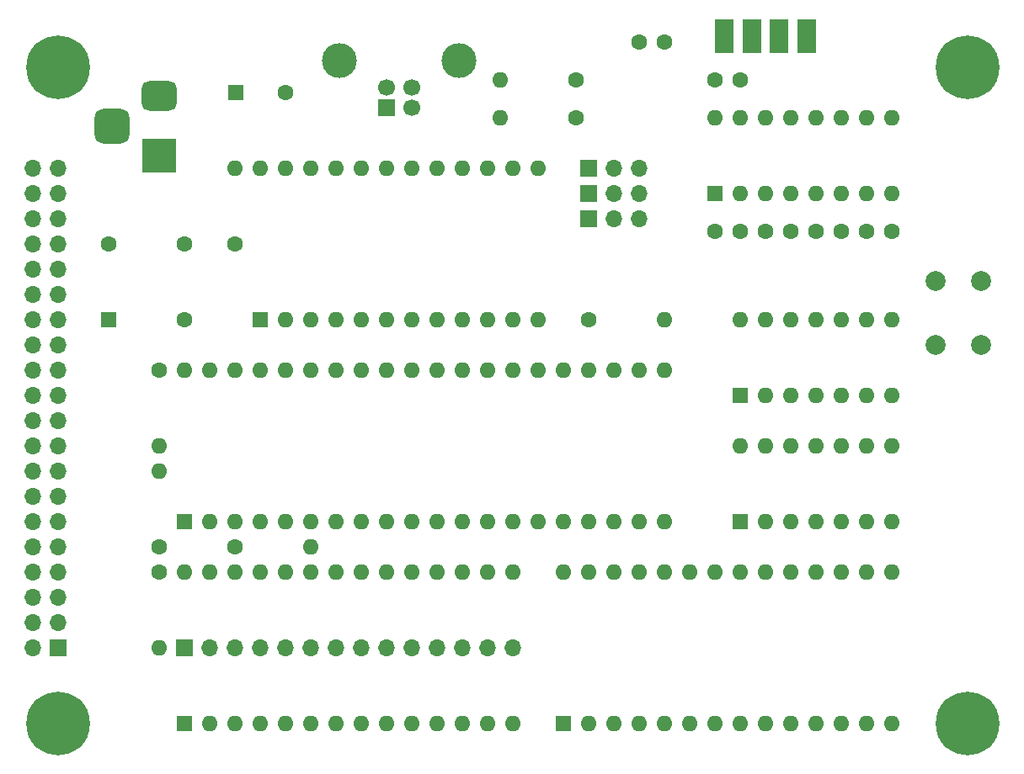
<source format=gbs>
G04 #@! TF.GenerationSoftware,KiCad,Pcbnew,8.0.1*
G04 #@! TF.CreationDate,2024-05-27T02:36:23-05:00*
G04 #@! TF.ProjectId,Minimal-6502,53656172-6c65-4363-9530-322e6b696361,rev?*
G04 #@! TF.SameCoordinates,Original*
G04 #@! TF.FileFunction,Soldermask,Bot*
G04 #@! TF.FilePolarity,Negative*
%FSLAX46Y46*%
G04 Gerber Fmt 4.6, Leading zero omitted, Abs format (unit mm)*
G04 Created by KiCad (PCBNEW 8.0.1) date 2024-05-27 02:36:23*
%MOMM*%
%LPD*%
G01*
G04 APERTURE LIST*
G04 Aperture macros list*
%AMRoundRect*
0 Rectangle with rounded corners*
0 $1 Rounding radius*
0 $2 $3 $4 $5 $6 $7 $8 $9 X,Y pos of 4 corners*
0 Add a 4 corners polygon primitive as box body*
4,1,4,$2,$3,$4,$5,$6,$7,$8,$9,$2,$3,0*
0 Add four circle primitives for the rounded corners*
1,1,$1+$1,$2,$3*
1,1,$1+$1,$4,$5*
1,1,$1+$1,$6,$7*
1,1,$1+$1,$8,$9*
0 Add four rect primitives between the rounded corners*
20,1,$1+$1,$2,$3,$4,$5,0*
20,1,$1+$1,$4,$5,$6,$7,0*
20,1,$1+$1,$6,$7,$8,$9,0*
20,1,$1+$1,$8,$9,$2,$3,0*%
G04 Aperture macros list end*
%ADD10R,1.700000X1.700000*%
%ADD11O,1.700000X1.700000*%
%ADD12C,1.600000*%
%ADD13O,1.600000X1.600000*%
%ADD14R,3.500000X3.500000*%
%ADD15RoundRect,0.750000X-1.000000X0.750000X-1.000000X-0.750000X1.000000X-0.750000X1.000000X0.750000X0*%
%ADD16RoundRect,0.875000X-0.875000X0.875000X-0.875000X-0.875000X0.875000X-0.875000X0.875000X0.875000X0*%
%ADD17C,1.700000*%
%ADD18C,3.500000*%
%ADD19R,1.600000X1.600000*%
%ADD20C,0.800000*%
%ADD21C,6.400000*%
%ADD22C,2.000000*%
%ADD23R,1.846667X3.480000*%
G04 APERTURE END LIST*
D10*
X144780000Y-114300000D03*
D11*
X147320000Y-114300000D03*
X149859999Y-114300000D03*
X152400000Y-114300000D03*
X154940000Y-114300000D03*
X157480000Y-114300000D03*
X160020000Y-114300000D03*
X162560001Y-114300000D03*
X165100000Y-114300000D03*
X167640000Y-114300000D03*
X170180000Y-114300000D03*
X172719999Y-114300000D03*
X175260000Y-114300000D03*
X177800000Y-114300000D03*
D12*
X149860000Y-104140000D03*
D13*
X157480000Y-104140000D03*
D12*
X149860000Y-73660000D03*
D13*
X149860000Y-66040000D03*
D12*
X142240000Y-104140000D03*
D13*
X142240000Y-96520000D03*
D12*
X142240000Y-106680000D03*
D13*
X142240000Y-114300000D03*
D10*
X132080000Y-114300000D03*
D11*
X129540000Y-114300000D03*
X132080000Y-111760000D03*
X129540000Y-111760000D03*
X132080000Y-109220001D03*
X129540000Y-109220000D03*
X132080000Y-106680000D03*
X129540000Y-106680000D03*
X132080000Y-104140000D03*
X129540000Y-104140000D03*
X132080000Y-101600000D03*
X129540000Y-101600000D03*
X132080000Y-99060000D03*
X129540000Y-99060000D03*
X132080000Y-96519999D03*
X129540000Y-96520000D03*
X132080000Y-93980000D03*
X129540000Y-93980000D03*
X132080000Y-91440000D03*
X129540000Y-91440000D03*
X132080000Y-88900000D03*
X129540000Y-88900000D03*
X132080000Y-86360001D03*
X129540000Y-86360000D03*
X132080000Y-83820000D03*
X129540000Y-83820000D03*
X132080000Y-81280000D03*
X129540000Y-81280000D03*
X132080000Y-78740000D03*
X129540000Y-78740000D03*
X132080000Y-76200001D03*
X129540000Y-76200000D03*
X132080000Y-73659999D03*
X129540000Y-73660000D03*
X132080000Y-71120000D03*
X129540000Y-71120000D03*
X132080000Y-68580000D03*
X129540000Y-68580000D03*
X132080000Y-66040000D03*
X129540000Y-66040000D03*
D14*
X142240000Y-64770000D03*
D15*
X142240000Y-58770000D03*
D16*
X137540000Y-61770000D03*
D12*
X184150001Y-60960000D03*
D13*
X176530001Y-60960000D03*
X176530001Y-57150000D03*
D12*
X184150001Y-57150000D03*
D10*
X185420000Y-71120000D03*
D11*
X187960000Y-71120000D03*
X190499999Y-71120000D03*
D10*
X185420001Y-68580000D03*
D11*
X187960001Y-68580000D03*
X190500000Y-68580000D03*
D10*
X185420001Y-66040000D03*
D11*
X187960001Y-66040000D03*
X190500000Y-66040000D03*
D10*
X165140001Y-59917500D03*
D17*
X167640001Y-59917500D03*
X167640001Y-57917499D03*
X165140001Y-57917499D03*
D18*
X160370001Y-55207500D03*
X172410001Y-55207500D03*
D12*
X190500000Y-53340000D03*
X193000000Y-53340000D03*
D19*
X149940000Y-58420000D03*
D12*
X154940000Y-58420000D03*
D20*
X221120000Y-121920000D03*
X221822944Y-120222944D03*
X221822944Y-123617056D03*
X223520000Y-119520000D03*
D21*
X223520000Y-121920000D03*
D20*
X223520000Y-124320000D03*
X225217056Y-120222944D03*
X225217056Y-123617056D03*
X225920000Y-121920000D03*
X129680000Y-121920000D03*
X130382944Y-120222944D03*
X130382944Y-123617056D03*
X132080000Y-119520000D03*
D21*
X132080000Y-121920000D03*
D20*
X132080000Y-124320000D03*
X133777056Y-120222944D03*
X133777056Y-123617056D03*
X134480000Y-121920000D03*
X221120000Y-55880000D03*
X221822944Y-54182944D03*
X221822944Y-57577056D03*
X223520000Y-53480000D03*
D21*
X223520000Y-55880000D03*
D20*
X223520000Y-58280000D03*
X225217056Y-54182944D03*
X225217056Y-57577056D03*
X225920000Y-55880000D03*
X129680000Y-55880000D03*
X130382944Y-54182944D03*
X130382944Y-57577056D03*
X132080000Y-53480000D03*
D21*
X132080000Y-55880000D03*
D20*
X132080000Y-58280000D03*
X133777056Y-54182944D03*
X133777056Y-57577056D03*
X134480000Y-55880000D03*
D19*
X137160000Y-81280000D03*
D12*
X144780000Y-81280000D03*
X144780000Y-73660000D03*
X137160000Y-73660000D03*
D13*
X144780000Y-86360000D03*
X147320000Y-86360000D03*
X149860000Y-86360000D03*
X152400000Y-86360000D03*
X154940000Y-86360000D03*
X157480000Y-86360000D03*
X160020000Y-86360000D03*
X162560000Y-86360000D03*
X165100000Y-86360000D03*
X167640000Y-86360000D03*
X170180000Y-86360000D03*
X172720000Y-86360000D03*
X175260000Y-86360000D03*
X177800000Y-86360000D03*
X180340000Y-86360000D03*
X182880000Y-86360000D03*
X185420000Y-86360000D03*
X187960000Y-86360000D03*
X190500000Y-86360000D03*
X193040000Y-86360000D03*
X193040000Y-101600000D03*
X190500000Y-101600000D03*
X187960000Y-101600000D03*
X185420001Y-101600000D03*
X182879999Y-101600000D03*
X180340000Y-101600000D03*
X177800000Y-101600000D03*
X175260000Y-101600000D03*
X172719999Y-101600000D03*
X170180000Y-101600000D03*
X167640000Y-101600000D03*
X165100000Y-101600000D03*
X162560001Y-101600000D03*
X160020000Y-101600000D03*
X157480000Y-101600000D03*
X154940000Y-101600000D03*
X152400000Y-101600000D03*
X149859999Y-101600000D03*
X147320000Y-101600000D03*
D19*
X144780000Y-101600000D03*
D13*
X182880000Y-106680000D03*
X185420000Y-106680000D03*
X187960000Y-106680000D03*
X190500000Y-106680000D03*
X193040000Y-106680000D03*
X195580000Y-106680000D03*
X198120000Y-106680000D03*
X200660000Y-106680000D03*
X203200000Y-106680000D03*
X205740000Y-106680000D03*
X208280000Y-106680000D03*
X210820000Y-106680000D03*
X213360000Y-106680000D03*
X215900000Y-106680000D03*
X215900000Y-121920000D03*
X213360000Y-121920000D03*
X210819999Y-121920000D03*
X208280000Y-121920000D03*
X205740000Y-121920000D03*
X203200000Y-121920000D03*
X200660001Y-121920000D03*
X198120000Y-121920000D03*
X195580000Y-121920000D03*
X193040000Y-121920000D03*
X190500000Y-121920000D03*
X187959999Y-121920000D03*
X185420000Y-121920000D03*
D19*
X182880000Y-121920000D03*
X144780000Y-121920000D03*
D13*
X147320000Y-121920000D03*
X149859999Y-121920000D03*
X152400000Y-121920000D03*
X154940000Y-121920000D03*
X157480000Y-121920000D03*
X160020000Y-121920000D03*
X162560001Y-121920000D03*
X165100000Y-121920000D03*
X167640000Y-121920000D03*
X170180000Y-121920000D03*
X172719999Y-121920000D03*
X175260000Y-121920000D03*
X177800000Y-121920000D03*
X177800000Y-106680000D03*
X175260000Y-106680000D03*
X172720000Y-106680000D03*
X170180000Y-106680000D03*
X167640000Y-106680000D03*
X165100000Y-106680000D03*
X162560000Y-106680000D03*
X160020000Y-106680000D03*
X157480000Y-106680000D03*
X154940000Y-106680000D03*
X152400000Y-106680000D03*
X149860000Y-106680000D03*
X147320000Y-106680000D03*
X144780000Y-106680000D03*
D19*
X200660000Y-88900000D03*
D13*
X203200000Y-88900000D03*
X205739999Y-88900000D03*
X208280000Y-88900000D03*
X210820000Y-88900000D03*
X213360000Y-88900000D03*
X215900000Y-88900000D03*
X215900000Y-81280000D03*
X213360000Y-81280000D03*
X210820000Y-81280000D03*
X208280000Y-81280000D03*
X205740000Y-81280000D03*
X203200000Y-81280000D03*
X200660000Y-81280000D03*
X200660000Y-93980000D03*
X203200000Y-93980000D03*
X205740000Y-93980000D03*
X208280000Y-93980000D03*
X210820000Y-93980000D03*
X213360000Y-93980000D03*
X215900000Y-93980000D03*
X215900000Y-101600000D03*
X213360000Y-101600000D03*
X210820000Y-101600000D03*
X208280000Y-101600000D03*
X205739999Y-101600000D03*
X203200000Y-101600000D03*
D19*
X200660000Y-101600000D03*
X198119999Y-68580000D03*
D13*
X200659999Y-68580000D03*
X203199998Y-68580000D03*
X205739999Y-68580000D03*
X208279999Y-68580000D03*
X210819999Y-68580000D03*
X213359999Y-68580000D03*
X215900000Y-68580000D03*
X215899999Y-60960000D03*
X213359999Y-60960000D03*
X210819999Y-60960000D03*
X208279999Y-60960000D03*
X205739999Y-60960000D03*
X203199999Y-60960000D03*
X200659999Y-60960000D03*
X198119999Y-60960000D03*
D19*
X152400000Y-81280000D03*
D13*
X154940000Y-81280000D03*
X157479999Y-81280000D03*
X160020000Y-81280000D03*
X162560000Y-81280000D03*
X165100000Y-81280000D03*
X167640000Y-81280000D03*
X170180001Y-81280000D03*
X172720000Y-81280000D03*
X175260000Y-81280000D03*
X177800000Y-81280000D03*
X180339999Y-81280000D03*
X180340000Y-66040000D03*
X177800000Y-66040000D03*
X175260000Y-66040000D03*
X172720000Y-66040000D03*
X170180000Y-66040000D03*
X167640000Y-66040000D03*
X165100000Y-66040000D03*
X162560000Y-66040000D03*
X160020000Y-66040000D03*
X157480000Y-66040000D03*
X154940000Y-66040000D03*
X152400000Y-66040000D03*
D22*
X220345000Y-83820000D03*
X220345000Y-77320000D03*
X224845001Y-83820000D03*
X224845000Y-77319999D03*
D12*
X185420000Y-81280000D03*
D13*
X193040000Y-81280000D03*
X142240000Y-93980000D03*
D12*
X142240000Y-86360000D03*
D23*
X207354999Y-52682500D03*
X204584999Y-52682500D03*
X201814999Y-52682500D03*
X199044999Y-52682500D03*
D12*
X200619999Y-57150000D03*
X198119999Y-57150000D03*
X215859999Y-72390000D03*
X213359999Y-72390000D03*
X205739999Y-72390000D03*
X203239999Y-72390000D03*
X210779999Y-72390000D03*
X208279999Y-72390000D03*
X200619999Y-72390000D03*
X198119999Y-72390000D03*
M02*

</source>
